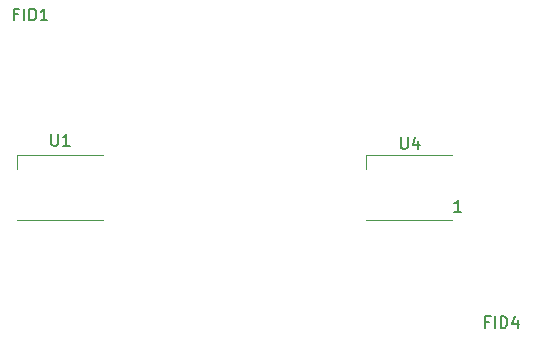
<source format=gbr>
%TF.GenerationSoftware,KiCad,Pcbnew,7.0.10*%
%TF.CreationDate,2024-01-10T06:21:24+05:30*%
%TF.ProjectId,Dashcam,44617368-6361-46d2-9e6b-696361645f70,rev?*%
%TF.SameCoordinates,Original*%
%TF.FileFunction,Legend,Top*%
%TF.FilePolarity,Positive*%
%FSLAX46Y46*%
G04 Gerber Fmt 4.6, Leading zero omitted, Abs format (unit mm)*
G04 Created by KiCad (PCBNEW 7.0.10) date 2024-01-10 06:21:24*
%MOMM*%
%LPD*%
G01*
G04 APERTURE LIST*
%ADD10C,0.150000*%
%ADD11C,0.120000*%
G04 APERTURE END LIST*
D10*
X154276095Y-52235819D02*
X154276095Y-53045342D01*
X154276095Y-53045342D02*
X154323714Y-53140580D01*
X154323714Y-53140580D02*
X154371333Y-53188200D01*
X154371333Y-53188200D02*
X154466571Y-53235819D01*
X154466571Y-53235819D02*
X154657047Y-53235819D01*
X154657047Y-53235819D02*
X154752285Y-53188200D01*
X154752285Y-53188200D02*
X154799904Y-53140580D01*
X154799904Y-53140580D02*
X154847523Y-53045342D01*
X154847523Y-53045342D02*
X154847523Y-52235819D01*
X155752285Y-52569152D02*
X155752285Y-53235819D01*
X155514190Y-52188200D02*
X155276095Y-52902485D01*
X155276095Y-52902485D02*
X155895142Y-52902485D01*
X159391714Y-58554819D02*
X158820286Y-58554819D01*
X159106000Y-58554819D02*
X159106000Y-57554819D01*
X159106000Y-57554819D02*
X159010762Y-57697676D01*
X159010762Y-57697676D02*
X158915524Y-57792914D01*
X158915524Y-57792914D02*
X158820286Y-57840533D01*
X161734571Y-67881009D02*
X161401238Y-67881009D01*
X161401238Y-68404819D02*
X161401238Y-67404819D01*
X161401238Y-67404819D02*
X161877428Y-67404819D01*
X162258381Y-68404819D02*
X162258381Y-67404819D01*
X162734571Y-68404819D02*
X162734571Y-67404819D01*
X162734571Y-67404819D02*
X162972666Y-67404819D01*
X162972666Y-67404819D02*
X163115523Y-67452438D01*
X163115523Y-67452438D02*
X163210761Y-67547676D01*
X163210761Y-67547676D02*
X163258380Y-67642914D01*
X163258380Y-67642914D02*
X163305999Y-67833390D01*
X163305999Y-67833390D02*
X163305999Y-67976247D01*
X163305999Y-67976247D02*
X163258380Y-68166723D01*
X163258380Y-68166723D02*
X163210761Y-68261961D01*
X163210761Y-68261961D02*
X163115523Y-68357200D01*
X163115523Y-68357200D02*
X162972666Y-68404819D01*
X162972666Y-68404819D02*
X162734571Y-68404819D01*
X164163142Y-67738152D02*
X164163142Y-68404819D01*
X163925047Y-67357200D02*
X163686952Y-68071485D01*
X163686952Y-68071485D02*
X164305999Y-68071485D01*
X121828571Y-41831009D02*
X121495238Y-41831009D01*
X121495238Y-42354819D02*
X121495238Y-41354819D01*
X121495238Y-41354819D02*
X121971428Y-41354819D01*
X122352381Y-42354819D02*
X122352381Y-41354819D01*
X122828571Y-42354819D02*
X122828571Y-41354819D01*
X122828571Y-41354819D02*
X123066666Y-41354819D01*
X123066666Y-41354819D02*
X123209523Y-41402438D01*
X123209523Y-41402438D02*
X123304761Y-41497676D01*
X123304761Y-41497676D02*
X123352380Y-41592914D01*
X123352380Y-41592914D02*
X123399999Y-41783390D01*
X123399999Y-41783390D02*
X123399999Y-41926247D01*
X123399999Y-41926247D02*
X123352380Y-42116723D01*
X123352380Y-42116723D02*
X123304761Y-42211961D01*
X123304761Y-42211961D02*
X123209523Y-42307200D01*
X123209523Y-42307200D02*
X123066666Y-42354819D01*
X123066666Y-42354819D02*
X122828571Y-42354819D01*
X124352380Y-42354819D02*
X123780952Y-42354819D01*
X124066666Y-42354819D02*
X124066666Y-41354819D01*
X124066666Y-41354819D02*
X123971428Y-41497676D01*
X123971428Y-41497676D02*
X123876190Y-41592914D01*
X123876190Y-41592914D02*
X123780952Y-41640533D01*
X124685095Y-51981819D02*
X124685095Y-52791342D01*
X124685095Y-52791342D02*
X124732714Y-52886580D01*
X124732714Y-52886580D02*
X124780333Y-52934200D01*
X124780333Y-52934200D02*
X124875571Y-52981819D01*
X124875571Y-52981819D02*
X125066047Y-52981819D01*
X125066047Y-52981819D02*
X125161285Y-52934200D01*
X125161285Y-52934200D02*
X125208904Y-52886580D01*
X125208904Y-52886580D02*
X125256523Y-52791342D01*
X125256523Y-52791342D02*
X125256523Y-51981819D01*
X126256523Y-52981819D02*
X125685095Y-52981819D01*
X125970809Y-52981819D02*
X125970809Y-51981819D01*
X125970809Y-51981819D02*
X125875571Y-52124676D01*
X125875571Y-52124676D02*
X125780333Y-52219914D01*
X125780333Y-52219914D02*
X125685095Y-52267533D01*
D11*
%TO.C,U4*%
X158606000Y-59250000D02*
X151306000Y-59250000D01*
X158606000Y-53750000D02*
X151306000Y-53750000D01*
X151306000Y-53750000D02*
X151306000Y-54900000D01*
%TO.C,U1*%
X129081000Y-59250000D02*
X121781000Y-59250000D01*
X129081000Y-53750000D02*
X121781000Y-53750000D01*
X121781000Y-53750000D02*
X121781000Y-54900000D01*
%TD*%
M02*

</source>
